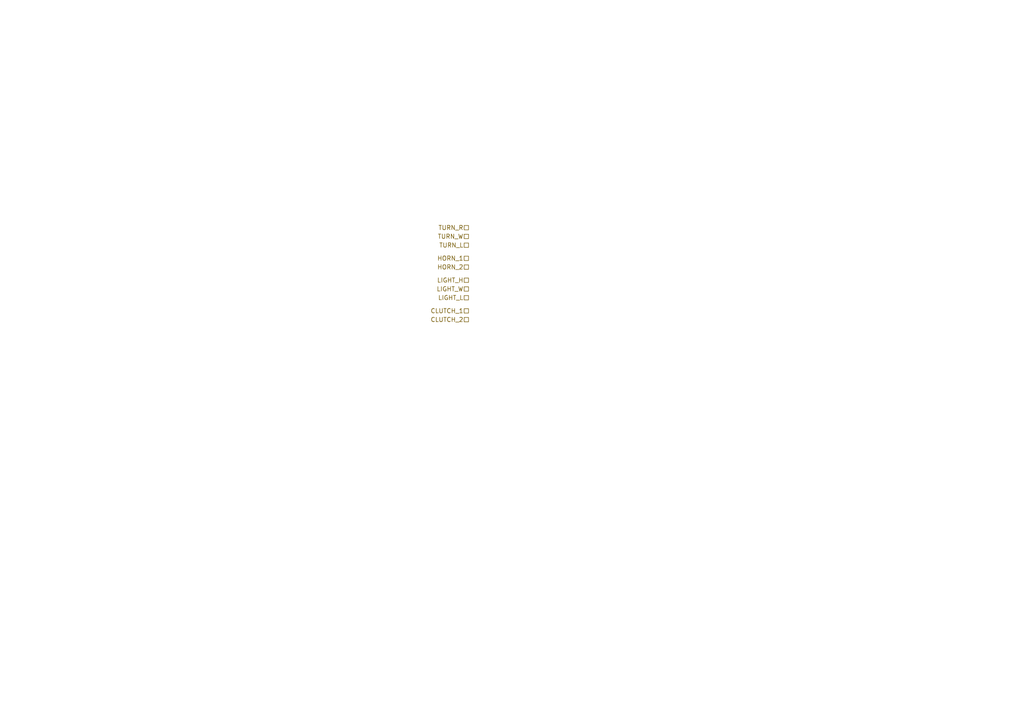
<source format=kicad_sch>
(kicad_sch (version 20211123) (generator eeschema)
  (paper "A4")
  (lib_symbols)
  (hierarchical_label "TURN_W" (shape passive) (at 135.89 68.58 180))
  (hierarchical_label "HORN_2" (shape passive) (at 135.89 77.47 180))
  (hierarchical_label "CLUTCH_1" (shape passive) (at 135.89 90.17 180))
  (hierarchical_label "CLUTCH_2" (shape passive) (at 135.89 92.71 180))
  (hierarchical_label "LIGHT_L" (shape passive) (at 135.89 86.36 180))
  (hierarchical_label "HORN_1" (shape passive) (at 135.89 74.93 180))
  (hierarchical_label "LIGHT_W" (shape passive) (at 135.89 83.82 180))
  (hierarchical_label "TURN_L" (shape passive) (at 135.89 71.12 180))
  (hierarchical_label "LIGHT_H" (shape passive) (at 135.89 81.28 180))
  (hierarchical_label "TURN_R" (shape passive) (at 135.89 66.04 180))
)
</source>
